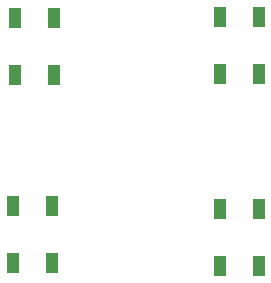
<source format=gtp>
G04 MADE WITH FRITZING*
G04 WWW.FRITZING.ORG*
G04 DOUBLE SIDED*
G04 HOLES PLATED*
G04 CONTOUR ON CENTER OF CONTOUR VECTOR*
%ASAXBY*%
%FSLAX23Y23*%
%MOIN*%
%OFA0B0*%
%SFA1.0B1.0*%
%ADD10R,0.040236X0.067069*%
%ADD11R,0.040222X0.067069*%
%ADD12R,0.040236X0.067083*%
%ADD13R,0.040222X0.067056*%
%LNPASTEMASK1*%
G90*
G70*
G54D10*
X776Y902D03*
G54D11*
X906Y902D03*
G54D12*
X776Y709D03*
G54D13*
X906Y709D03*
G54D10*
X84Y272D03*
G54D11*
X214Y272D03*
G54D12*
X84Y80D03*
G54D13*
X214Y80D03*
G54D10*
X91Y898D03*
G54D11*
X221Y898D03*
G54D12*
X91Y706D03*
G54D13*
X221Y706D03*
G54D10*
X775Y262D03*
G54D11*
X905Y262D03*
G54D12*
X775Y70D03*
G54D13*
X905Y70D03*
G04 End of PasteMask1*
M02*
</source>
